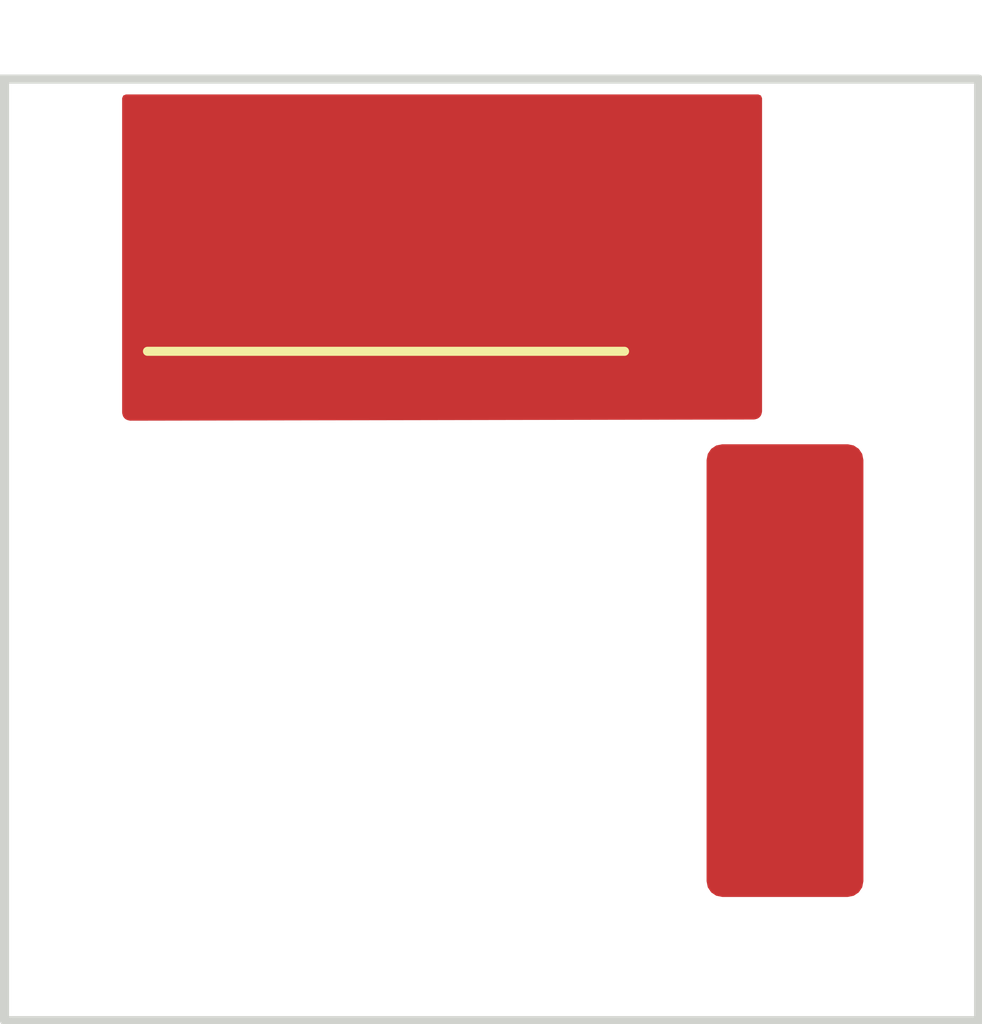
<source format=kicad_pcb>
(kicad_pcb (version 20221018) (generator pcbnew)
  (layers (0 "F.Cu" signal) (1 "In1.Cu" signal) (2 "In2.Cu" signal) (31 "B.Cu" signal) (34 "B.Paste" user) (35 "F.Paste" user) (36 "B.SilkS" user "B.Silkscreen") (37 "F.SilkS" user "F.Silkscreen") (38 "B.Mask" user) (39 "F.Mask" user) (44 "Edge.Cuts" user))
  (property "PROJECT_ID" "726")
  (property "PROJECT_NAME" "sbm-swappable-battery-module")
  (property "PROJECT_NUMBER" "1743")
  (property "PROJECT_VERSION" "V1.0.0")
  (net 0 "")
  (net 1 "A")
  (net 2 "B")
  (footprint "FS-Conn:SolderWirePad_1x01_SMD_2.9x7.8mm" (layer "F.Cu") (at 25.44 0)
    (fp_text reference "J2" hide)
    (fp_text value "CELL2" hide)
    (pad "1" smd roundrect (at 0 0) (size 2.6 7.5) (layers "F.Cu" "F.Mask") (roundrect_rratio 0.1) (net 2 "B"))
  )
  (footprint "FS-Conn:SolderWirePad_1x01_SMD_2.9x7.8mm" (layer "F.Cu") (at 18.775 -6.696 -90)
    (fp_text reference "J1" hide)
    (fp_text value "CELL3" hide)
    (pad "1" smd roundrect (at 0 0 270) (size 2.6 7.5) (layers "F.Cu" "F.Mask") (roundrect_rratio 0.1) (net 1 "A"))
  )
  (gr_line (start 14.87 -5.29) (end 22.78 -5.29) (stroke (width 0.15)) (layer "F.SilkS"))
  (gr_rect (start 12.5 -9.8) (end 28.65 5.8) (stroke (width 0.15)) (fill none) (layer "Edge.Cuts"))
  (zone (net 1) (net_name "A") (layer "F.Cu") (priority 1) (connect_pads yes (clearance 0.127)) (min_thickness 0.127) (fill yes (thermal_gap 0.5) (thermal_bridge_width 0.5) (smoothing fillet) (radius 0.127))
    (polygon (pts (xy 14.449734 -11.090295) (xy 14.449734 -4.140295) (xy 25.059734 -4.160295) (xy 25.059734 -11.110295)))
  )
)
</source>
